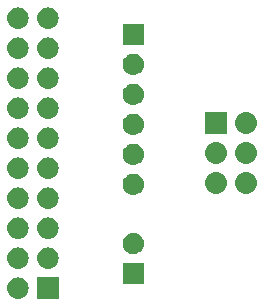
<source format=gbs>
G04 #@! TF.GenerationSoftware,KiCad,Pcbnew,(5.0.1-3-g963ef8bb5)*
G04 #@! TF.CreationDate,2018-11-27T15:22:05+00:00*
G04 #@! TF.ProjectId,jlink-swd-adapter,6A6C696E6B2D7377642D616461707465,rev?*
G04 #@! TF.SameCoordinates,Original*
G04 #@! TF.FileFunction,Soldermask,Bot*
G04 #@! TF.FilePolarity,Negative*
%FSLAX46Y46*%
G04 Gerber Fmt 4.6, Leading zero omitted, Abs format (unit mm)*
G04 Created by KiCad (PCBNEW (5.0.1-3-g963ef8bb5)) date Tuesday, 27 November 2018 at 15:22:05*
%MOMM*%
%LPD*%
G01*
G04 APERTURE LIST*
%ADD10C,0.100000*%
G04 APERTURE END LIST*
D10*
G36*
X104414600Y-99664600D02*
X102585400Y-99664600D01*
X102585400Y-97835400D01*
X104414600Y-97835400D01*
X104414600Y-99664600D01*
X104414600Y-99664600D01*
G37*
G36*
X101139294Y-97848633D02*
X101311694Y-97900931D01*
X101311696Y-97900932D01*
X101470583Y-97985859D01*
X101470585Y-97985860D01*
X101470584Y-97985860D01*
X101609849Y-98100151D01*
X101724140Y-98239416D01*
X101809069Y-98398306D01*
X101861367Y-98570706D01*
X101879025Y-98750000D01*
X101861367Y-98929294D01*
X101809069Y-99101694D01*
X101809068Y-99101696D01*
X101724141Y-99260583D01*
X101609849Y-99399849D01*
X101470583Y-99514141D01*
X101311696Y-99599068D01*
X101311694Y-99599069D01*
X101139294Y-99651367D01*
X101004931Y-99664600D01*
X100915069Y-99664600D01*
X100780706Y-99651367D01*
X100608306Y-99599069D01*
X100608304Y-99599068D01*
X100449417Y-99514141D01*
X100310151Y-99399849D01*
X100195859Y-99260583D01*
X100110932Y-99101696D01*
X100110931Y-99101694D01*
X100058633Y-98929294D01*
X100040975Y-98750000D01*
X100058633Y-98570706D01*
X100110931Y-98398306D01*
X100195860Y-98239416D01*
X100310151Y-98100151D01*
X100449416Y-97985860D01*
X100449415Y-97985860D01*
X100449417Y-97985859D01*
X100608304Y-97900932D01*
X100608306Y-97900931D01*
X100780706Y-97848633D01*
X100915069Y-97835400D01*
X101004931Y-97835400D01*
X101139294Y-97848633D01*
X101139294Y-97848633D01*
G37*
G36*
X111651000Y-98401000D02*
X109849000Y-98401000D01*
X109849000Y-96599000D01*
X111651000Y-96599000D01*
X111651000Y-98401000D01*
X111651000Y-98401000D01*
G37*
G36*
X101139294Y-95308633D02*
X101311694Y-95360931D01*
X101311696Y-95360932D01*
X101470583Y-95445859D01*
X101609849Y-95560151D01*
X101724141Y-95699417D01*
X101803541Y-95847963D01*
X101809069Y-95858306D01*
X101861367Y-96030706D01*
X101879025Y-96210000D01*
X101861367Y-96389294D01*
X101809069Y-96561694D01*
X101809068Y-96561696D01*
X101724141Y-96720583D01*
X101609849Y-96859849D01*
X101470583Y-96974141D01*
X101311696Y-97059068D01*
X101311694Y-97059069D01*
X101139294Y-97111367D01*
X101004931Y-97124600D01*
X100915069Y-97124600D01*
X100780706Y-97111367D01*
X100608306Y-97059069D01*
X100608304Y-97059068D01*
X100449417Y-96974141D01*
X100310151Y-96859849D01*
X100195859Y-96720583D01*
X100110932Y-96561696D01*
X100110931Y-96561694D01*
X100058633Y-96389294D01*
X100040975Y-96210000D01*
X100058633Y-96030706D01*
X100110931Y-95858306D01*
X100116459Y-95847963D01*
X100195859Y-95699417D01*
X100310151Y-95560151D01*
X100449417Y-95445859D01*
X100608304Y-95360932D01*
X100608306Y-95360931D01*
X100780706Y-95308633D01*
X100915069Y-95295400D01*
X101004931Y-95295400D01*
X101139294Y-95308633D01*
X101139294Y-95308633D01*
G37*
G36*
X103679294Y-95308633D02*
X103851694Y-95360931D01*
X103851696Y-95360932D01*
X104010583Y-95445859D01*
X104149849Y-95560151D01*
X104264141Y-95699417D01*
X104343541Y-95847963D01*
X104349069Y-95858306D01*
X104401367Y-96030706D01*
X104419025Y-96210000D01*
X104401367Y-96389294D01*
X104349069Y-96561694D01*
X104349068Y-96561696D01*
X104264141Y-96720583D01*
X104149849Y-96859849D01*
X104010583Y-96974141D01*
X103851696Y-97059068D01*
X103851694Y-97059069D01*
X103679294Y-97111367D01*
X103544931Y-97124600D01*
X103455069Y-97124600D01*
X103320706Y-97111367D01*
X103148306Y-97059069D01*
X103148304Y-97059068D01*
X102989417Y-96974141D01*
X102850151Y-96859849D01*
X102735859Y-96720583D01*
X102650932Y-96561696D01*
X102650931Y-96561694D01*
X102598633Y-96389294D01*
X102580975Y-96210000D01*
X102598633Y-96030706D01*
X102650931Y-95858306D01*
X102656459Y-95847963D01*
X102735859Y-95699417D01*
X102850151Y-95560151D01*
X102989417Y-95445859D01*
X103148304Y-95360932D01*
X103148306Y-95360931D01*
X103320706Y-95308633D01*
X103455069Y-95295400D01*
X103544931Y-95295400D01*
X103679294Y-95308633D01*
X103679294Y-95308633D01*
G37*
G36*
X110860443Y-94065519D02*
X110926627Y-94072037D01*
X111039853Y-94106384D01*
X111096467Y-94123557D01*
X111203155Y-94180584D01*
X111252991Y-94207222D01*
X111288729Y-94236552D01*
X111390186Y-94319814D01*
X111473448Y-94421271D01*
X111502778Y-94457009D01*
X111502779Y-94457011D01*
X111586443Y-94613533D01*
X111586443Y-94613534D01*
X111637963Y-94783373D01*
X111655359Y-94960000D01*
X111637963Y-95136627D01*
X111603616Y-95249853D01*
X111586443Y-95306467D01*
X111557331Y-95360931D01*
X111502778Y-95462991D01*
X111473448Y-95498729D01*
X111390186Y-95600186D01*
X111288729Y-95683448D01*
X111252991Y-95712778D01*
X111252989Y-95712779D01*
X111096467Y-95796443D01*
X111039853Y-95813616D01*
X110926627Y-95847963D01*
X110860442Y-95854482D01*
X110794260Y-95861000D01*
X110705740Y-95861000D01*
X110639558Y-95854482D01*
X110573373Y-95847963D01*
X110460147Y-95813616D01*
X110403533Y-95796443D01*
X110247011Y-95712779D01*
X110247009Y-95712778D01*
X110211271Y-95683448D01*
X110109814Y-95600186D01*
X110026552Y-95498729D01*
X109997222Y-95462991D01*
X109942669Y-95360931D01*
X109913557Y-95306467D01*
X109896384Y-95249853D01*
X109862037Y-95136627D01*
X109844641Y-94960000D01*
X109862037Y-94783373D01*
X109913557Y-94613534D01*
X109913557Y-94613533D01*
X109997221Y-94457011D01*
X109997222Y-94457009D01*
X110026552Y-94421271D01*
X110109814Y-94319814D01*
X110211271Y-94236552D01*
X110247009Y-94207222D01*
X110296845Y-94180584D01*
X110403533Y-94123557D01*
X110460147Y-94106384D01*
X110573373Y-94072037D01*
X110639557Y-94065519D01*
X110705740Y-94059000D01*
X110794260Y-94059000D01*
X110860443Y-94065519D01*
X110860443Y-94065519D01*
G37*
G36*
X103679294Y-92768633D02*
X103851694Y-92820931D01*
X103851696Y-92820932D01*
X104010583Y-92905859D01*
X104010585Y-92905860D01*
X104010584Y-92905860D01*
X104149849Y-93020151D01*
X104264140Y-93159416D01*
X104349069Y-93318306D01*
X104401367Y-93490706D01*
X104419025Y-93670000D01*
X104401367Y-93849294D01*
X104349069Y-94021694D01*
X104349068Y-94021696D01*
X104264141Y-94180583D01*
X104149849Y-94319849D01*
X104010583Y-94434141D01*
X103967796Y-94457011D01*
X103851694Y-94519069D01*
X103679294Y-94571367D01*
X103544931Y-94584600D01*
X103455069Y-94584600D01*
X103320706Y-94571367D01*
X103148306Y-94519069D01*
X103032204Y-94457011D01*
X102989417Y-94434141D01*
X102850151Y-94319849D01*
X102735859Y-94180583D01*
X102650932Y-94021696D01*
X102650931Y-94021694D01*
X102598633Y-93849294D01*
X102580975Y-93670000D01*
X102598633Y-93490706D01*
X102650931Y-93318306D01*
X102735860Y-93159416D01*
X102850151Y-93020151D01*
X102989416Y-92905860D01*
X102989415Y-92905860D01*
X102989417Y-92905859D01*
X103148304Y-92820932D01*
X103148306Y-92820931D01*
X103320706Y-92768633D01*
X103455069Y-92755400D01*
X103544931Y-92755400D01*
X103679294Y-92768633D01*
X103679294Y-92768633D01*
G37*
G36*
X101139294Y-92768633D02*
X101311694Y-92820931D01*
X101311696Y-92820932D01*
X101470583Y-92905859D01*
X101470585Y-92905860D01*
X101470584Y-92905860D01*
X101609849Y-93020151D01*
X101724140Y-93159416D01*
X101809069Y-93318306D01*
X101861367Y-93490706D01*
X101879025Y-93670000D01*
X101861367Y-93849294D01*
X101809069Y-94021694D01*
X101809068Y-94021696D01*
X101724141Y-94180583D01*
X101609849Y-94319849D01*
X101470583Y-94434141D01*
X101427796Y-94457011D01*
X101311694Y-94519069D01*
X101139294Y-94571367D01*
X101004931Y-94584600D01*
X100915069Y-94584600D01*
X100780706Y-94571367D01*
X100608306Y-94519069D01*
X100492204Y-94457011D01*
X100449417Y-94434141D01*
X100310151Y-94319849D01*
X100195859Y-94180583D01*
X100110932Y-94021696D01*
X100110931Y-94021694D01*
X100058633Y-93849294D01*
X100040975Y-93670000D01*
X100058633Y-93490706D01*
X100110931Y-93318306D01*
X100195860Y-93159416D01*
X100310151Y-93020151D01*
X100449416Y-92905860D01*
X100449415Y-92905860D01*
X100449417Y-92905859D01*
X100608304Y-92820932D01*
X100608306Y-92820931D01*
X100780706Y-92768633D01*
X100915069Y-92755400D01*
X101004931Y-92755400D01*
X101139294Y-92768633D01*
X101139294Y-92768633D01*
G37*
G36*
X103679294Y-90228633D02*
X103851694Y-90280931D01*
X103851696Y-90280932D01*
X104010583Y-90365859D01*
X104149849Y-90480151D01*
X104264141Y-90619417D01*
X104331053Y-90744600D01*
X104349069Y-90778306D01*
X104401367Y-90950706D01*
X104419025Y-91130000D01*
X104401367Y-91309294D01*
X104349069Y-91481694D01*
X104349068Y-91481696D01*
X104264141Y-91640583D01*
X104149849Y-91779849D01*
X104010583Y-91894141D01*
X103851696Y-91979068D01*
X103851694Y-91979069D01*
X103679294Y-92031367D01*
X103544931Y-92044600D01*
X103455069Y-92044600D01*
X103320706Y-92031367D01*
X103148306Y-91979069D01*
X103148304Y-91979068D01*
X102989417Y-91894141D01*
X102850151Y-91779849D01*
X102735859Y-91640583D01*
X102650932Y-91481696D01*
X102650931Y-91481694D01*
X102598633Y-91309294D01*
X102580975Y-91130000D01*
X102598633Y-90950706D01*
X102650931Y-90778306D01*
X102668947Y-90744600D01*
X102735859Y-90619417D01*
X102850151Y-90480151D01*
X102989417Y-90365859D01*
X103148304Y-90280932D01*
X103148306Y-90280931D01*
X103320706Y-90228633D01*
X103455069Y-90215400D01*
X103544931Y-90215400D01*
X103679294Y-90228633D01*
X103679294Y-90228633D01*
G37*
G36*
X101139294Y-90228633D02*
X101311694Y-90280931D01*
X101311696Y-90280932D01*
X101470583Y-90365859D01*
X101609849Y-90480151D01*
X101724141Y-90619417D01*
X101791053Y-90744600D01*
X101809069Y-90778306D01*
X101861367Y-90950706D01*
X101879025Y-91130000D01*
X101861367Y-91309294D01*
X101809069Y-91481694D01*
X101809068Y-91481696D01*
X101724141Y-91640583D01*
X101609849Y-91779849D01*
X101470583Y-91894141D01*
X101311696Y-91979068D01*
X101311694Y-91979069D01*
X101139294Y-92031367D01*
X101004931Y-92044600D01*
X100915069Y-92044600D01*
X100780706Y-92031367D01*
X100608306Y-91979069D01*
X100608304Y-91979068D01*
X100449417Y-91894141D01*
X100310151Y-91779849D01*
X100195859Y-91640583D01*
X100110932Y-91481696D01*
X100110931Y-91481694D01*
X100058633Y-91309294D01*
X100040975Y-91130000D01*
X100058633Y-90950706D01*
X100110931Y-90778306D01*
X100128947Y-90744600D01*
X100195859Y-90619417D01*
X100310151Y-90480151D01*
X100449417Y-90365859D01*
X100608304Y-90280932D01*
X100608306Y-90280931D01*
X100780706Y-90228633D01*
X100915069Y-90215400D01*
X101004931Y-90215400D01*
X101139294Y-90228633D01*
X101139294Y-90228633D01*
G37*
G36*
X110860443Y-89055519D02*
X110926627Y-89062037D01*
X111039853Y-89096384D01*
X111096467Y-89113557D01*
X111221054Y-89180151D01*
X111252991Y-89197222D01*
X111288729Y-89226552D01*
X111390186Y-89309814D01*
X111473448Y-89411271D01*
X111502778Y-89447009D01*
X111502779Y-89447011D01*
X111586443Y-89603533D01*
X111586443Y-89603534D01*
X111637963Y-89773373D01*
X111655359Y-89950000D01*
X111637963Y-90126627D01*
X111621258Y-90181696D01*
X111586443Y-90296467D01*
X111549351Y-90365860D01*
X111502778Y-90452991D01*
X111480736Y-90479849D01*
X111390186Y-90590186D01*
X111288729Y-90673448D01*
X111252991Y-90702778D01*
X111252989Y-90702779D01*
X111096467Y-90786443D01*
X111039853Y-90803616D01*
X110926627Y-90837963D01*
X110860443Y-90844481D01*
X110794260Y-90851000D01*
X110705740Y-90851000D01*
X110639557Y-90844481D01*
X110573373Y-90837963D01*
X110460147Y-90803616D01*
X110403533Y-90786443D01*
X110247011Y-90702779D01*
X110247009Y-90702778D01*
X110211271Y-90673448D01*
X110109814Y-90590186D01*
X110019264Y-90479849D01*
X109997222Y-90452991D01*
X109950649Y-90365860D01*
X109913557Y-90296467D01*
X109878742Y-90181696D01*
X109862037Y-90126627D01*
X109844641Y-89950000D01*
X109862037Y-89773373D01*
X109913557Y-89603534D01*
X109913557Y-89603533D01*
X109997221Y-89447011D01*
X109997222Y-89447009D01*
X110026552Y-89411271D01*
X110109814Y-89309814D01*
X110211271Y-89226552D01*
X110247009Y-89197222D01*
X110278946Y-89180151D01*
X110403533Y-89113557D01*
X110460147Y-89096384D01*
X110573373Y-89062037D01*
X110639557Y-89055519D01*
X110705740Y-89049000D01*
X110794260Y-89049000D01*
X110860443Y-89055519D01*
X110860443Y-89055519D01*
G37*
G36*
X120469294Y-88928633D02*
X120641694Y-88980931D01*
X120641696Y-88980932D01*
X120800583Y-89065859D01*
X120939849Y-89180151D01*
X121054141Y-89319417D01*
X121139068Y-89478304D01*
X121139069Y-89478306D01*
X121191367Y-89650706D01*
X121209025Y-89830000D01*
X121191367Y-90009294D01*
X121139069Y-90181694D01*
X121139068Y-90181696D01*
X121054141Y-90340583D01*
X120939849Y-90479849D01*
X120800583Y-90594141D01*
X120641696Y-90679068D01*
X120641694Y-90679069D01*
X120469294Y-90731367D01*
X120334931Y-90744600D01*
X120245069Y-90744600D01*
X120110706Y-90731367D01*
X119938306Y-90679069D01*
X119938304Y-90679068D01*
X119779417Y-90594141D01*
X119640151Y-90479849D01*
X119525859Y-90340583D01*
X119440932Y-90181696D01*
X119440931Y-90181694D01*
X119388633Y-90009294D01*
X119370975Y-89830000D01*
X119388633Y-89650706D01*
X119440931Y-89478306D01*
X119440932Y-89478304D01*
X119525859Y-89319417D01*
X119640151Y-89180151D01*
X119779417Y-89065859D01*
X119938304Y-88980932D01*
X119938306Y-88980931D01*
X120110706Y-88928633D01*
X120245069Y-88915400D01*
X120334931Y-88915400D01*
X120469294Y-88928633D01*
X120469294Y-88928633D01*
G37*
G36*
X117929294Y-88928633D02*
X118101694Y-88980931D01*
X118101696Y-88980932D01*
X118260583Y-89065859D01*
X118399849Y-89180151D01*
X118514141Y-89319417D01*
X118599068Y-89478304D01*
X118599069Y-89478306D01*
X118651367Y-89650706D01*
X118669025Y-89830000D01*
X118651367Y-90009294D01*
X118599069Y-90181694D01*
X118599068Y-90181696D01*
X118514141Y-90340583D01*
X118399849Y-90479849D01*
X118260583Y-90594141D01*
X118101696Y-90679068D01*
X118101694Y-90679069D01*
X117929294Y-90731367D01*
X117794931Y-90744600D01*
X117705069Y-90744600D01*
X117570706Y-90731367D01*
X117398306Y-90679069D01*
X117398304Y-90679068D01*
X117239417Y-90594141D01*
X117100151Y-90479849D01*
X116985859Y-90340583D01*
X116900932Y-90181696D01*
X116900931Y-90181694D01*
X116848633Y-90009294D01*
X116830975Y-89830000D01*
X116848633Y-89650706D01*
X116900931Y-89478306D01*
X116900932Y-89478304D01*
X116985859Y-89319417D01*
X117100151Y-89180151D01*
X117239417Y-89065859D01*
X117398304Y-88980932D01*
X117398306Y-88980931D01*
X117570706Y-88928633D01*
X117705069Y-88915400D01*
X117794931Y-88915400D01*
X117929294Y-88928633D01*
X117929294Y-88928633D01*
G37*
G36*
X101139294Y-87688633D02*
X101311694Y-87740931D01*
X101311696Y-87740932D01*
X101470583Y-87825859D01*
X101609849Y-87940151D01*
X101724141Y-88079417D01*
X101791053Y-88204600D01*
X101809069Y-88238306D01*
X101861367Y-88410706D01*
X101879025Y-88590000D01*
X101861367Y-88769294D01*
X101809069Y-88941694D01*
X101809068Y-88941696D01*
X101724141Y-89100583D01*
X101609849Y-89239849D01*
X101470583Y-89354141D01*
X101311696Y-89439068D01*
X101311694Y-89439069D01*
X101139294Y-89491367D01*
X101004931Y-89504600D01*
X100915069Y-89504600D01*
X100780706Y-89491367D01*
X100608306Y-89439069D01*
X100608304Y-89439068D01*
X100449417Y-89354141D01*
X100310151Y-89239849D01*
X100195859Y-89100583D01*
X100110932Y-88941696D01*
X100110931Y-88941694D01*
X100058633Y-88769294D01*
X100040975Y-88590000D01*
X100058633Y-88410706D01*
X100110931Y-88238306D01*
X100128947Y-88204600D01*
X100195859Y-88079417D01*
X100310151Y-87940151D01*
X100449417Y-87825859D01*
X100608304Y-87740932D01*
X100608306Y-87740931D01*
X100780706Y-87688633D01*
X100915069Y-87675400D01*
X101004931Y-87675400D01*
X101139294Y-87688633D01*
X101139294Y-87688633D01*
G37*
G36*
X103679294Y-87688633D02*
X103851694Y-87740931D01*
X103851696Y-87740932D01*
X104010583Y-87825859D01*
X104149849Y-87940151D01*
X104264141Y-88079417D01*
X104331053Y-88204600D01*
X104349069Y-88238306D01*
X104401367Y-88410706D01*
X104419025Y-88590000D01*
X104401367Y-88769294D01*
X104349069Y-88941694D01*
X104349068Y-88941696D01*
X104264141Y-89100583D01*
X104149849Y-89239849D01*
X104010583Y-89354141D01*
X103851696Y-89439068D01*
X103851694Y-89439069D01*
X103679294Y-89491367D01*
X103544931Y-89504600D01*
X103455069Y-89504600D01*
X103320706Y-89491367D01*
X103148306Y-89439069D01*
X103148304Y-89439068D01*
X102989417Y-89354141D01*
X102850151Y-89239849D01*
X102735859Y-89100583D01*
X102650932Y-88941696D01*
X102650931Y-88941694D01*
X102598633Y-88769294D01*
X102580975Y-88590000D01*
X102598633Y-88410706D01*
X102650931Y-88238306D01*
X102668947Y-88204600D01*
X102735859Y-88079417D01*
X102850151Y-87940151D01*
X102989417Y-87825859D01*
X103148304Y-87740932D01*
X103148306Y-87740931D01*
X103320706Y-87688633D01*
X103455069Y-87675400D01*
X103544931Y-87675400D01*
X103679294Y-87688633D01*
X103679294Y-87688633D01*
G37*
G36*
X110860442Y-86515518D02*
X110926627Y-86522037D01*
X111039853Y-86556384D01*
X111096467Y-86573557D01*
X111221054Y-86640151D01*
X111252991Y-86657222D01*
X111288729Y-86686552D01*
X111390186Y-86769814D01*
X111473448Y-86871271D01*
X111502778Y-86907009D01*
X111502779Y-86907011D01*
X111586443Y-87063533D01*
X111586443Y-87063534D01*
X111637963Y-87233373D01*
X111655359Y-87410000D01*
X111637963Y-87586627D01*
X111621258Y-87641696D01*
X111586443Y-87756467D01*
X111549351Y-87825860D01*
X111502778Y-87912991D01*
X111480736Y-87939849D01*
X111390186Y-88050186D01*
X111288729Y-88133448D01*
X111252991Y-88162778D01*
X111252989Y-88162779D01*
X111096467Y-88246443D01*
X111039853Y-88263616D01*
X110926627Y-88297963D01*
X110860442Y-88304482D01*
X110794260Y-88311000D01*
X110705740Y-88311000D01*
X110639558Y-88304482D01*
X110573373Y-88297963D01*
X110460147Y-88263616D01*
X110403533Y-88246443D01*
X110247011Y-88162779D01*
X110247009Y-88162778D01*
X110211271Y-88133448D01*
X110109814Y-88050186D01*
X110019264Y-87939849D01*
X109997222Y-87912991D01*
X109950649Y-87825860D01*
X109913557Y-87756467D01*
X109878742Y-87641696D01*
X109862037Y-87586627D01*
X109844641Y-87410000D01*
X109862037Y-87233373D01*
X109913557Y-87063534D01*
X109913557Y-87063533D01*
X109997221Y-86907011D01*
X109997222Y-86907009D01*
X110026552Y-86871271D01*
X110109814Y-86769814D01*
X110211271Y-86686552D01*
X110247009Y-86657222D01*
X110278946Y-86640151D01*
X110403533Y-86573557D01*
X110460147Y-86556384D01*
X110573373Y-86522037D01*
X110639558Y-86515518D01*
X110705740Y-86509000D01*
X110794260Y-86509000D01*
X110860442Y-86515518D01*
X110860442Y-86515518D01*
G37*
G36*
X120469294Y-86388633D02*
X120641694Y-86440931D01*
X120641696Y-86440932D01*
X120800583Y-86525859D01*
X120939849Y-86640151D01*
X121054141Y-86779417D01*
X121139068Y-86938304D01*
X121139069Y-86938306D01*
X121191367Y-87110706D01*
X121209025Y-87290000D01*
X121191367Y-87469294D01*
X121139069Y-87641694D01*
X121139068Y-87641696D01*
X121054141Y-87800583D01*
X120939849Y-87939849D01*
X120800583Y-88054141D01*
X120641696Y-88139068D01*
X120641694Y-88139069D01*
X120469294Y-88191367D01*
X120334931Y-88204600D01*
X120245069Y-88204600D01*
X120110706Y-88191367D01*
X119938306Y-88139069D01*
X119938304Y-88139068D01*
X119779417Y-88054141D01*
X119640151Y-87939849D01*
X119525859Y-87800583D01*
X119440932Y-87641696D01*
X119440931Y-87641694D01*
X119388633Y-87469294D01*
X119370975Y-87290000D01*
X119388633Y-87110706D01*
X119440931Y-86938306D01*
X119440932Y-86938304D01*
X119525859Y-86779417D01*
X119640151Y-86640151D01*
X119779417Y-86525859D01*
X119938304Y-86440932D01*
X119938306Y-86440931D01*
X120110706Y-86388633D01*
X120245069Y-86375400D01*
X120334931Y-86375400D01*
X120469294Y-86388633D01*
X120469294Y-86388633D01*
G37*
G36*
X117929294Y-86388633D02*
X118101694Y-86440931D01*
X118101696Y-86440932D01*
X118260583Y-86525859D01*
X118399849Y-86640151D01*
X118514141Y-86779417D01*
X118599068Y-86938304D01*
X118599069Y-86938306D01*
X118651367Y-87110706D01*
X118669025Y-87290000D01*
X118651367Y-87469294D01*
X118599069Y-87641694D01*
X118599068Y-87641696D01*
X118514141Y-87800583D01*
X118399849Y-87939849D01*
X118260583Y-88054141D01*
X118101696Y-88139068D01*
X118101694Y-88139069D01*
X117929294Y-88191367D01*
X117794931Y-88204600D01*
X117705069Y-88204600D01*
X117570706Y-88191367D01*
X117398306Y-88139069D01*
X117398304Y-88139068D01*
X117239417Y-88054141D01*
X117100151Y-87939849D01*
X116985859Y-87800583D01*
X116900932Y-87641696D01*
X116900931Y-87641694D01*
X116848633Y-87469294D01*
X116830975Y-87290000D01*
X116848633Y-87110706D01*
X116900931Y-86938306D01*
X116900932Y-86938304D01*
X116985859Y-86779417D01*
X117100151Y-86640151D01*
X117239417Y-86525859D01*
X117398304Y-86440932D01*
X117398306Y-86440931D01*
X117570706Y-86388633D01*
X117705069Y-86375400D01*
X117794931Y-86375400D01*
X117929294Y-86388633D01*
X117929294Y-86388633D01*
G37*
G36*
X101139294Y-85148633D02*
X101311694Y-85200931D01*
X101311696Y-85200932D01*
X101470583Y-85285859D01*
X101609849Y-85400151D01*
X101724141Y-85539417D01*
X101791053Y-85664600D01*
X101809069Y-85698306D01*
X101861367Y-85870706D01*
X101879025Y-86050000D01*
X101861367Y-86229294D01*
X101809069Y-86401694D01*
X101809068Y-86401696D01*
X101724141Y-86560583D01*
X101609849Y-86699849D01*
X101470583Y-86814141D01*
X101311696Y-86899068D01*
X101311694Y-86899069D01*
X101139294Y-86951367D01*
X101004931Y-86964600D01*
X100915069Y-86964600D01*
X100780706Y-86951367D01*
X100608306Y-86899069D01*
X100608304Y-86899068D01*
X100449417Y-86814141D01*
X100310151Y-86699849D01*
X100195859Y-86560583D01*
X100110932Y-86401696D01*
X100110931Y-86401694D01*
X100058633Y-86229294D01*
X100040975Y-86050000D01*
X100058633Y-85870706D01*
X100110931Y-85698306D01*
X100128947Y-85664600D01*
X100195859Y-85539417D01*
X100310151Y-85400151D01*
X100449417Y-85285859D01*
X100608304Y-85200932D01*
X100608306Y-85200931D01*
X100780706Y-85148633D01*
X100915069Y-85135400D01*
X101004931Y-85135400D01*
X101139294Y-85148633D01*
X101139294Y-85148633D01*
G37*
G36*
X103679294Y-85148633D02*
X103851694Y-85200931D01*
X103851696Y-85200932D01*
X104010583Y-85285859D01*
X104149849Y-85400151D01*
X104264141Y-85539417D01*
X104331053Y-85664600D01*
X104349069Y-85698306D01*
X104401367Y-85870706D01*
X104419025Y-86050000D01*
X104401367Y-86229294D01*
X104349069Y-86401694D01*
X104349068Y-86401696D01*
X104264141Y-86560583D01*
X104149849Y-86699849D01*
X104010583Y-86814141D01*
X103851696Y-86899068D01*
X103851694Y-86899069D01*
X103679294Y-86951367D01*
X103544931Y-86964600D01*
X103455069Y-86964600D01*
X103320706Y-86951367D01*
X103148306Y-86899069D01*
X103148304Y-86899068D01*
X102989417Y-86814141D01*
X102850151Y-86699849D01*
X102735859Y-86560583D01*
X102650932Y-86401696D01*
X102650931Y-86401694D01*
X102598633Y-86229294D01*
X102580975Y-86050000D01*
X102598633Y-85870706D01*
X102650931Y-85698306D01*
X102668947Y-85664600D01*
X102735859Y-85539417D01*
X102850151Y-85400151D01*
X102989417Y-85285859D01*
X103148304Y-85200932D01*
X103148306Y-85200931D01*
X103320706Y-85148633D01*
X103455069Y-85135400D01*
X103544931Y-85135400D01*
X103679294Y-85148633D01*
X103679294Y-85148633D01*
G37*
G36*
X110860442Y-83975518D02*
X110926627Y-83982037D01*
X111039853Y-84016384D01*
X111096467Y-84033557D01*
X111221054Y-84100151D01*
X111252991Y-84117222D01*
X111288729Y-84146552D01*
X111390186Y-84229814D01*
X111473448Y-84331271D01*
X111502778Y-84367009D01*
X111502779Y-84367011D01*
X111586443Y-84523533D01*
X111586443Y-84523534D01*
X111637963Y-84693373D01*
X111655359Y-84870000D01*
X111637963Y-85046627D01*
X111621258Y-85101696D01*
X111586443Y-85216467D01*
X111549351Y-85285860D01*
X111502778Y-85372991D01*
X111480736Y-85399849D01*
X111390186Y-85510186D01*
X111288729Y-85593448D01*
X111252991Y-85622778D01*
X111252989Y-85622779D01*
X111096467Y-85706443D01*
X111039853Y-85723616D01*
X110926627Y-85757963D01*
X110860442Y-85764482D01*
X110794260Y-85771000D01*
X110705740Y-85771000D01*
X110639558Y-85764482D01*
X110573373Y-85757963D01*
X110460147Y-85723616D01*
X110403533Y-85706443D01*
X110247011Y-85622779D01*
X110247009Y-85622778D01*
X110211271Y-85593448D01*
X110109814Y-85510186D01*
X110019264Y-85399849D01*
X109997222Y-85372991D01*
X109950649Y-85285860D01*
X109913557Y-85216467D01*
X109878742Y-85101696D01*
X109862037Y-85046627D01*
X109844641Y-84870000D01*
X109862037Y-84693373D01*
X109913557Y-84523534D01*
X109913557Y-84523533D01*
X109997221Y-84367011D01*
X109997222Y-84367009D01*
X110026552Y-84331271D01*
X110109814Y-84229814D01*
X110211271Y-84146552D01*
X110247009Y-84117222D01*
X110278946Y-84100151D01*
X110403533Y-84033557D01*
X110460147Y-84016384D01*
X110573373Y-83982037D01*
X110639558Y-83975518D01*
X110705740Y-83969000D01*
X110794260Y-83969000D01*
X110860442Y-83975518D01*
X110860442Y-83975518D01*
G37*
G36*
X120469294Y-83848633D02*
X120641694Y-83900931D01*
X120641696Y-83900932D01*
X120800583Y-83985859D01*
X120939849Y-84100151D01*
X121054141Y-84239417D01*
X121139068Y-84398304D01*
X121139069Y-84398306D01*
X121191367Y-84570706D01*
X121209025Y-84750000D01*
X121191367Y-84929294D01*
X121139069Y-85101694D01*
X121139068Y-85101696D01*
X121054141Y-85260583D01*
X120939849Y-85399849D01*
X120800583Y-85514141D01*
X120641696Y-85599068D01*
X120641694Y-85599069D01*
X120469294Y-85651367D01*
X120334931Y-85664600D01*
X120245069Y-85664600D01*
X120110706Y-85651367D01*
X119938306Y-85599069D01*
X119938304Y-85599068D01*
X119779417Y-85514141D01*
X119640151Y-85399849D01*
X119525859Y-85260583D01*
X119440932Y-85101696D01*
X119440931Y-85101694D01*
X119388633Y-84929294D01*
X119370975Y-84750000D01*
X119388633Y-84570706D01*
X119440931Y-84398306D01*
X119440932Y-84398304D01*
X119525859Y-84239417D01*
X119640151Y-84100151D01*
X119779417Y-83985859D01*
X119938304Y-83900932D01*
X119938306Y-83900931D01*
X120110706Y-83848633D01*
X120245069Y-83835400D01*
X120334931Y-83835400D01*
X120469294Y-83848633D01*
X120469294Y-83848633D01*
G37*
G36*
X118664600Y-85664600D02*
X116835400Y-85664600D01*
X116835400Y-83835400D01*
X118664600Y-83835400D01*
X118664600Y-85664600D01*
X118664600Y-85664600D01*
G37*
G36*
X103679294Y-82608633D02*
X103851694Y-82660931D01*
X103851696Y-82660932D01*
X104010583Y-82745859D01*
X104010585Y-82745860D01*
X104010584Y-82745860D01*
X104149849Y-82860151D01*
X104264140Y-82999416D01*
X104349069Y-83158306D01*
X104401367Y-83330706D01*
X104419025Y-83510000D01*
X104401367Y-83689294D01*
X104349069Y-83861694D01*
X104349068Y-83861696D01*
X104264141Y-84020583D01*
X104149849Y-84159849D01*
X104010583Y-84274141D01*
X103851696Y-84359068D01*
X103851694Y-84359069D01*
X103679294Y-84411367D01*
X103544931Y-84424600D01*
X103455069Y-84424600D01*
X103320706Y-84411367D01*
X103148306Y-84359069D01*
X103148304Y-84359068D01*
X102989417Y-84274141D01*
X102850151Y-84159849D01*
X102735859Y-84020583D01*
X102650932Y-83861696D01*
X102650931Y-83861694D01*
X102598633Y-83689294D01*
X102580975Y-83510000D01*
X102598633Y-83330706D01*
X102650931Y-83158306D01*
X102735860Y-82999416D01*
X102850151Y-82860151D01*
X102989416Y-82745860D01*
X102989415Y-82745860D01*
X102989417Y-82745859D01*
X103148304Y-82660932D01*
X103148306Y-82660931D01*
X103320706Y-82608633D01*
X103455069Y-82595400D01*
X103544931Y-82595400D01*
X103679294Y-82608633D01*
X103679294Y-82608633D01*
G37*
G36*
X101139294Y-82608633D02*
X101311694Y-82660931D01*
X101311696Y-82660932D01*
X101470583Y-82745859D01*
X101470585Y-82745860D01*
X101470584Y-82745860D01*
X101609849Y-82860151D01*
X101724140Y-82999416D01*
X101809069Y-83158306D01*
X101861367Y-83330706D01*
X101879025Y-83510000D01*
X101861367Y-83689294D01*
X101809069Y-83861694D01*
X101809068Y-83861696D01*
X101724141Y-84020583D01*
X101609849Y-84159849D01*
X101470583Y-84274141D01*
X101311696Y-84359068D01*
X101311694Y-84359069D01*
X101139294Y-84411367D01*
X101004931Y-84424600D01*
X100915069Y-84424600D01*
X100780706Y-84411367D01*
X100608306Y-84359069D01*
X100608304Y-84359068D01*
X100449417Y-84274141D01*
X100310151Y-84159849D01*
X100195859Y-84020583D01*
X100110932Y-83861696D01*
X100110931Y-83861694D01*
X100058633Y-83689294D01*
X100040975Y-83510000D01*
X100058633Y-83330706D01*
X100110931Y-83158306D01*
X100195860Y-82999416D01*
X100310151Y-82860151D01*
X100449416Y-82745860D01*
X100449415Y-82745860D01*
X100449417Y-82745859D01*
X100608304Y-82660932D01*
X100608306Y-82660931D01*
X100780706Y-82608633D01*
X100915069Y-82595400D01*
X101004931Y-82595400D01*
X101139294Y-82608633D01*
X101139294Y-82608633D01*
G37*
G36*
X110860443Y-81435519D02*
X110926627Y-81442037D01*
X111039853Y-81476384D01*
X111096467Y-81493557D01*
X111235087Y-81567652D01*
X111252991Y-81577222D01*
X111288729Y-81606552D01*
X111390186Y-81689814D01*
X111473448Y-81791271D01*
X111502778Y-81827009D01*
X111502779Y-81827011D01*
X111586443Y-81983533D01*
X111586443Y-81983534D01*
X111637963Y-82153373D01*
X111655359Y-82330000D01*
X111637963Y-82506627D01*
X111611034Y-82595400D01*
X111586443Y-82676467D01*
X111549351Y-82745860D01*
X111502778Y-82832991D01*
X111480488Y-82860151D01*
X111390186Y-82970186D01*
X111288729Y-83053448D01*
X111252991Y-83082778D01*
X111252989Y-83082779D01*
X111096467Y-83166443D01*
X111039853Y-83183616D01*
X110926627Y-83217963D01*
X110860442Y-83224482D01*
X110794260Y-83231000D01*
X110705740Y-83231000D01*
X110639558Y-83224482D01*
X110573373Y-83217963D01*
X110460147Y-83183616D01*
X110403533Y-83166443D01*
X110247011Y-83082779D01*
X110247009Y-83082778D01*
X110211271Y-83053448D01*
X110109814Y-82970186D01*
X110019512Y-82860151D01*
X109997222Y-82832991D01*
X109950649Y-82745860D01*
X109913557Y-82676467D01*
X109888966Y-82595400D01*
X109862037Y-82506627D01*
X109844641Y-82330000D01*
X109862037Y-82153373D01*
X109913557Y-81983534D01*
X109913557Y-81983533D01*
X109997221Y-81827011D01*
X109997222Y-81827009D01*
X110026552Y-81791271D01*
X110109814Y-81689814D01*
X110211271Y-81606552D01*
X110247009Y-81577222D01*
X110264913Y-81567652D01*
X110403533Y-81493557D01*
X110460147Y-81476384D01*
X110573373Y-81442037D01*
X110639557Y-81435519D01*
X110705740Y-81429000D01*
X110794260Y-81429000D01*
X110860443Y-81435519D01*
X110860443Y-81435519D01*
G37*
G36*
X103679294Y-80068633D02*
X103851694Y-80120931D01*
X103851696Y-80120932D01*
X104010583Y-80205859D01*
X104010585Y-80205860D01*
X104010584Y-80205860D01*
X104149849Y-80320151D01*
X104264140Y-80459416D01*
X104349069Y-80618306D01*
X104401367Y-80790706D01*
X104419025Y-80970000D01*
X104401367Y-81149294D01*
X104349069Y-81321694D01*
X104349068Y-81321696D01*
X104264141Y-81480583D01*
X104149849Y-81619849D01*
X104010583Y-81734141D01*
X103851696Y-81819068D01*
X103851694Y-81819069D01*
X103679294Y-81871367D01*
X103544931Y-81884600D01*
X103455069Y-81884600D01*
X103320706Y-81871367D01*
X103148306Y-81819069D01*
X103148304Y-81819068D01*
X102989417Y-81734141D01*
X102850151Y-81619849D01*
X102735859Y-81480583D01*
X102650932Y-81321696D01*
X102650931Y-81321694D01*
X102598633Y-81149294D01*
X102580975Y-80970000D01*
X102598633Y-80790706D01*
X102650931Y-80618306D01*
X102735860Y-80459416D01*
X102850151Y-80320151D01*
X102989416Y-80205860D01*
X102989415Y-80205860D01*
X102989417Y-80205859D01*
X103148304Y-80120932D01*
X103148306Y-80120931D01*
X103320706Y-80068633D01*
X103455069Y-80055400D01*
X103544931Y-80055400D01*
X103679294Y-80068633D01*
X103679294Y-80068633D01*
G37*
G36*
X101139294Y-80068633D02*
X101311694Y-80120931D01*
X101311696Y-80120932D01*
X101470583Y-80205859D01*
X101470585Y-80205860D01*
X101470584Y-80205860D01*
X101609849Y-80320151D01*
X101724140Y-80459416D01*
X101809069Y-80618306D01*
X101861367Y-80790706D01*
X101879025Y-80970000D01*
X101861367Y-81149294D01*
X101809069Y-81321694D01*
X101809068Y-81321696D01*
X101724141Y-81480583D01*
X101609849Y-81619849D01*
X101470583Y-81734141D01*
X101311696Y-81819068D01*
X101311694Y-81819069D01*
X101139294Y-81871367D01*
X101004931Y-81884600D01*
X100915069Y-81884600D01*
X100780706Y-81871367D01*
X100608306Y-81819069D01*
X100608304Y-81819068D01*
X100449417Y-81734141D01*
X100310151Y-81619849D01*
X100195859Y-81480583D01*
X100110932Y-81321696D01*
X100110931Y-81321694D01*
X100058633Y-81149294D01*
X100040975Y-80970000D01*
X100058633Y-80790706D01*
X100110931Y-80618306D01*
X100195860Y-80459416D01*
X100310151Y-80320151D01*
X100449416Y-80205860D01*
X100449415Y-80205860D01*
X100449417Y-80205859D01*
X100608304Y-80120932D01*
X100608306Y-80120931D01*
X100780706Y-80068633D01*
X100915069Y-80055400D01*
X101004931Y-80055400D01*
X101139294Y-80068633D01*
X101139294Y-80068633D01*
G37*
G36*
X110860442Y-78895518D02*
X110926627Y-78902037D01*
X111039853Y-78936384D01*
X111096467Y-78953557D01*
X111235087Y-79027652D01*
X111252991Y-79037222D01*
X111288729Y-79066552D01*
X111390186Y-79149814D01*
X111473448Y-79251271D01*
X111502778Y-79287009D01*
X111502779Y-79287011D01*
X111586443Y-79443533D01*
X111586443Y-79443534D01*
X111637963Y-79613373D01*
X111655359Y-79790000D01*
X111637963Y-79966627D01*
X111611034Y-80055400D01*
X111586443Y-80136467D01*
X111549351Y-80205860D01*
X111502778Y-80292991D01*
X111480488Y-80320151D01*
X111390186Y-80430186D01*
X111288729Y-80513448D01*
X111252991Y-80542778D01*
X111252989Y-80542779D01*
X111096467Y-80626443D01*
X111039853Y-80643616D01*
X110926627Y-80677963D01*
X110860443Y-80684481D01*
X110794260Y-80691000D01*
X110705740Y-80691000D01*
X110639557Y-80684481D01*
X110573373Y-80677963D01*
X110460147Y-80643616D01*
X110403533Y-80626443D01*
X110247011Y-80542779D01*
X110247009Y-80542778D01*
X110211271Y-80513448D01*
X110109814Y-80430186D01*
X110019512Y-80320151D01*
X109997222Y-80292991D01*
X109950649Y-80205860D01*
X109913557Y-80136467D01*
X109888966Y-80055400D01*
X109862037Y-79966627D01*
X109844641Y-79790000D01*
X109862037Y-79613373D01*
X109913557Y-79443534D01*
X109913557Y-79443533D01*
X109997221Y-79287011D01*
X109997222Y-79287009D01*
X110026552Y-79251271D01*
X110109814Y-79149814D01*
X110211271Y-79066552D01*
X110247009Y-79037222D01*
X110264913Y-79027652D01*
X110403533Y-78953557D01*
X110460147Y-78936384D01*
X110573373Y-78902037D01*
X110639558Y-78895518D01*
X110705740Y-78889000D01*
X110794260Y-78889000D01*
X110860442Y-78895518D01*
X110860442Y-78895518D01*
G37*
G36*
X101139294Y-77528633D02*
X101311694Y-77580931D01*
X101311696Y-77580932D01*
X101470583Y-77665859D01*
X101470585Y-77665860D01*
X101470584Y-77665860D01*
X101609849Y-77780151D01*
X101724140Y-77919416D01*
X101809069Y-78078306D01*
X101861367Y-78250706D01*
X101879025Y-78430000D01*
X101861367Y-78609294D01*
X101809069Y-78781694D01*
X101809068Y-78781696D01*
X101724141Y-78940583D01*
X101609849Y-79079849D01*
X101470583Y-79194141D01*
X101311696Y-79279068D01*
X101311694Y-79279069D01*
X101139294Y-79331367D01*
X101004931Y-79344600D01*
X100915069Y-79344600D01*
X100780706Y-79331367D01*
X100608306Y-79279069D01*
X100608304Y-79279068D01*
X100449417Y-79194141D01*
X100310151Y-79079849D01*
X100195859Y-78940583D01*
X100110932Y-78781696D01*
X100110931Y-78781694D01*
X100058633Y-78609294D01*
X100040975Y-78430000D01*
X100058633Y-78250706D01*
X100110931Y-78078306D01*
X100195860Y-77919416D01*
X100310151Y-77780151D01*
X100449416Y-77665860D01*
X100449415Y-77665860D01*
X100449417Y-77665859D01*
X100608304Y-77580932D01*
X100608306Y-77580931D01*
X100780706Y-77528633D01*
X100915069Y-77515400D01*
X101004931Y-77515400D01*
X101139294Y-77528633D01*
X101139294Y-77528633D01*
G37*
G36*
X103679294Y-77528633D02*
X103851694Y-77580931D01*
X103851696Y-77580932D01*
X104010583Y-77665859D01*
X104010585Y-77665860D01*
X104010584Y-77665860D01*
X104149849Y-77780151D01*
X104264140Y-77919416D01*
X104349069Y-78078306D01*
X104401367Y-78250706D01*
X104419025Y-78430000D01*
X104401367Y-78609294D01*
X104349069Y-78781694D01*
X104349068Y-78781696D01*
X104264141Y-78940583D01*
X104149849Y-79079849D01*
X104010583Y-79194141D01*
X103851696Y-79279068D01*
X103851694Y-79279069D01*
X103679294Y-79331367D01*
X103544931Y-79344600D01*
X103455069Y-79344600D01*
X103320706Y-79331367D01*
X103148306Y-79279069D01*
X103148304Y-79279068D01*
X102989417Y-79194141D01*
X102850151Y-79079849D01*
X102735859Y-78940583D01*
X102650932Y-78781696D01*
X102650931Y-78781694D01*
X102598633Y-78609294D01*
X102580975Y-78430000D01*
X102598633Y-78250706D01*
X102650931Y-78078306D01*
X102735860Y-77919416D01*
X102850151Y-77780151D01*
X102989416Y-77665860D01*
X102989415Y-77665860D01*
X102989417Y-77665859D01*
X103148304Y-77580932D01*
X103148306Y-77580931D01*
X103320706Y-77528633D01*
X103455069Y-77515400D01*
X103544931Y-77515400D01*
X103679294Y-77528633D01*
X103679294Y-77528633D01*
G37*
G36*
X111651000Y-78151000D02*
X109849000Y-78151000D01*
X109849000Y-76349000D01*
X111651000Y-76349000D01*
X111651000Y-78151000D01*
X111651000Y-78151000D01*
G37*
G36*
X101139294Y-74988633D02*
X101311694Y-75040931D01*
X101311696Y-75040932D01*
X101470583Y-75125859D01*
X101470585Y-75125860D01*
X101470584Y-75125860D01*
X101609849Y-75240151D01*
X101724140Y-75379416D01*
X101809069Y-75538306D01*
X101861367Y-75710706D01*
X101879025Y-75890000D01*
X101861367Y-76069294D01*
X101809069Y-76241694D01*
X101809068Y-76241696D01*
X101724141Y-76400583D01*
X101609849Y-76539849D01*
X101470583Y-76654141D01*
X101311696Y-76739068D01*
X101311694Y-76739069D01*
X101139294Y-76791367D01*
X101004931Y-76804600D01*
X100915069Y-76804600D01*
X100780706Y-76791367D01*
X100608306Y-76739069D01*
X100608304Y-76739068D01*
X100449417Y-76654141D01*
X100310151Y-76539849D01*
X100195859Y-76400583D01*
X100110932Y-76241696D01*
X100110931Y-76241694D01*
X100058633Y-76069294D01*
X100040975Y-75890000D01*
X100058633Y-75710706D01*
X100110931Y-75538306D01*
X100195860Y-75379416D01*
X100310151Y-75240151D01*
X100449416Y-75125860D01*
X100449415Y-75125860D01*
X100449417Y-75125859D01*
X100608304Y-75040932D01*
X100608306Y-75040931D01*
X100780706Y-74988633D01*
X100915069Y-74975400D01*
X101004931Y-74975400D01*
X101139294Y-74988633D01*
X101139294Y-74988633D01*
G37*
G36*
X103679294Y-74988633D02*
X103851694Y-75040931D01*
X103851696Y-75040932D01*
X104010583Y-75125859D01*
X104010585Y-75125860D01*
X104010584Y-75125860D01*
X104149849Y-75240151D01*
X104264140Y-75379416D01*
X104349069Y-75538306D01*
X104401367Y-75710706D01*
X104419025Y-75890000D01*
X104401367Y-76069294D01*
X104349069Y-76241694D01*
X104349068Y-76241696D01*
X104264141Y-76400583D01*
X104149849Y-76539849D01*
X104010583Y-76654141D01*
X103851696Y-76739068D01*
X103851694Y-76739069D01*
X103679294Y-76791367D01*
X103544931Y-76804600D01*
X103455069Y-76804600D01*
X103320706Y-76791367D01*
X103148306Y-76739069D01*
X103148304Y-76739068D01*
X102989417Y-76654141D01*
X102850151Y-76539849D01*
X102735859Y-76400583D01*
X102650932Y-76241696D01*
X102650931Y-76241694D01*
X102598633Y-76069294D01*
X102580975Y-75890000D01*
X102598633Y-75710706D01*
X102650931Y-75538306D01*
X102735860Y-75379416D01*
X102850151Y-75240151D01*
X102989416Y-75125860D01*
X102989415Y-75125860D01*
X102989417Y-75125859D01*
X103148304Y-75040932D01*
X103148306Y-75040931D01*
X103320706Y-74988633D01*
X103455069Y-74975400D01*
X103544931Y-74975400D01*
X103679294Y-74988633D01*
X103679294Y-74988633D01*
G37*
M02*

</source>
